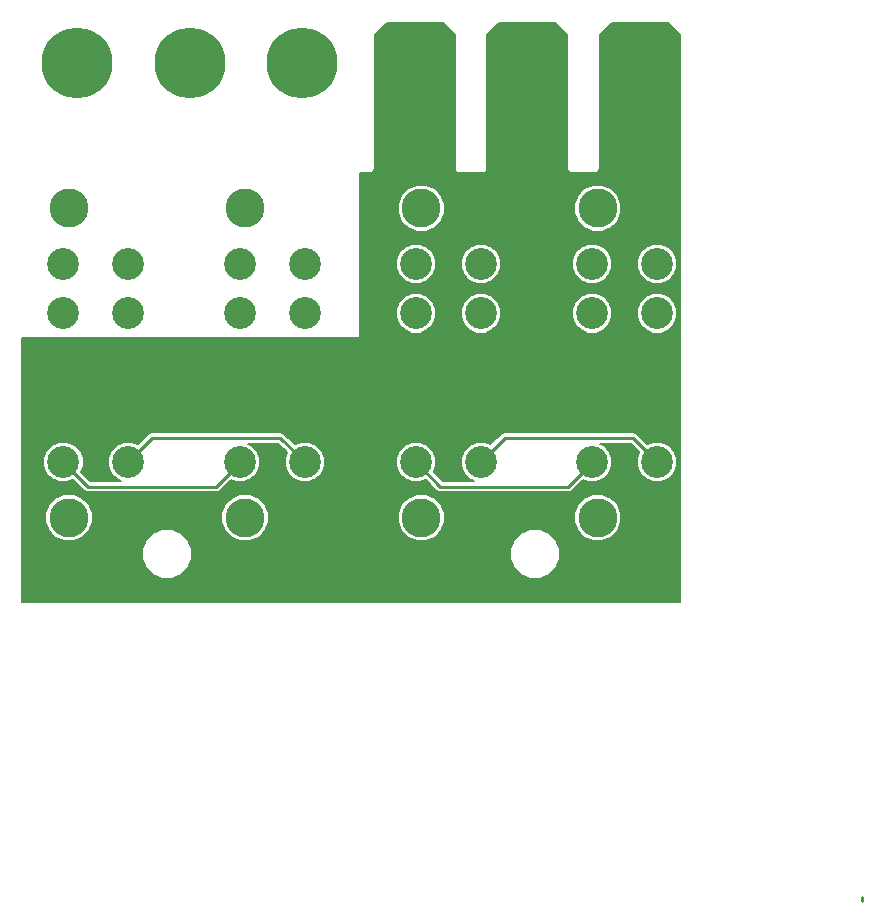
<source format=gtl>
G04 #@! TF.FileFunction,Copper,L1,Top,Signal*
%FSLAX46Y46*%
G04 Gerber Fmt 4.6, Leading zero omitted, Abs format (unit mm)*
G04 Created by KiCad (PCBNEW 4.0.0-rc1-stable) date 10/15/2015 12:59:49 AM*
%MOMM*%
G01*
G04 APERTURE LIST*
%ADD10C,0.100000*%
%ADD11C,2.700000*%
%ADD12C,3.300000*%
%ADD13C,6.000000*%
%ADD14C,0.250000*%
%ADD15C,0.203800*%
G04 APERTURE END LIST*
D10*
D11*
X127845000Y-107632500D03*
X122345000Y-107632500D03*
X127845000Y-111832500D03*
X122345000Y-111832500D03*
X127845000Y-116032500D03*
X122345000Y-116032500D03*
X122345000Y-103432500D03*
X127845000Y-103432500D03*
X122345000Y-99232500D03*
X127845000Y-99232500D03*
D12*
X122805000Y-120732500D03*
X122805000Y-94532500D03*
D11*
X142767500Y-107632500D03*
X137267500Y-107632500D03*
X142767500Y-111832500D03*
X137267500Y-111832500D03*
X142767500Y-116032500D03*
X137267500Y-116032500D03*
X137267500Y-103432500D03*
X142767500Y-103432500D03*
X137267500Y-99232500D03*
X142767500Y-99232500D03*
D12*
X137727500Y-120732500D03*
X137727500Y-94532500D03*
D11*
X157690000Y-107632500D03*
X152190000Y-107632500D03*
X157690000Y-111832500D03*
X152190000Y-111832500D03*
X157690000Y-116032500D03*
X152190000Y-116032500D03*
X152190000Y-103432500D03*
X157690000Y-103432500D03*
X152190000Y-99232500D03*
X157690000Y-99232500D03*
D12*
X152650000Y-120732500D03*
X152650000Y-94532500D03*
D11*
X172612500Y-107632500D03*
X167112500Y-107632500D03*
X172612500Y-111832500D03*
X167112500Y-111832500D03*
X172612500Y-116032500D03*
X167112500Y-116032500D03*
X167112500Y-103432500D03*
X172612500Y-103432500D03*
X167112500Y-99232500D03*
X172612500Y-99232500D03*
D12*
X167572500Y-120732500D03*
X167572500Y-94532500D03*
D13*
X123507500Y-82232500D03*
X133032500Y-82232500D03*
X142557500Y-82232500D03*
X152082500Y-82232500D03*
X161607500Y-82232500D03*
X171132500Y-82232500D03*
D14*
X189972500Y-152862500D02*
X189972500Y-153142500D01*
X127845000Y-116032500D02*
X127845000Y-115995000D01*
X127845000Y-115995000D02*
X129857500Y-113982500D01*
X129857500Y-113982500D02*
X140717500Y-113982500D01*
X140717500Y-113982500D02*
X142767500Y-116032500D01*
X137267500Y-116032500D02*
X137267500Y-116097500D01*
X137267500Y-116097500D02*
X135255000Y-118110000D01*
X135255000Y-118110000D02*
X124422500Y-118110000D01*
X124422500Y-118110000D02*
X122345000Y-116032500D01*
X157690000Y-116032500D02*
X157690000Y-115995000D01*
X157690000Y-115995000D02*
X159702500Y-113982500D01*
X159702500Y-113982500D02*
X170562500Y-113982500D01*
X170562500Y-113982500D02*
X172612500Y-116032500D01*
X167112500Y-116032500D02*
X167112500Y-116097500D01*
X167112500Y-116097500D02*
X165100000Y-118110000D01*
X165100000Y-118110000D02*
X154267500Y-118110000D01*
X154267500Y-118110000D02*
X152190000Y-116032500D01*
X152190000Y-116032500D02*
X152255000Y-116032500D01*
D15*
G36*
X155461600Y-79870984D02*
X155461600Y-91122500D01*
X155494400Y-91287398D01*
X155587808Y-91427192D01*
X155727602Y-91520600D01*
X155892500Y-91553400D01*
X157797500Y-91553400D01*
X157962398Y-91520600D01*
X158102192Y-91427192D01*
X158195600Y-91287398D01*
X158228400Y-91122500D01*
X158228400Y-79870984D01*
X159245984Y-78853400D01*
X163969016Y-78853400D01*
X164986600Y-79870984D01*
X164986600Y-91122500D01*
X165019400Y-91287398D01*
X165112808Y-91427192D01*
X165252602Y-91520600D01*
X165417500Y-91553400D01*
X167322500Y-91553400D01*
X167487398Y-91520600D01*
X167627192Y-91427192D01*
X167720600Y-91287398D01*
X167753400Y-91122500D01*
X167753400Y-79870984D01*
X168770984Y-78853400D01*
X173494016Y-78853400D01*
X174511600Y-79870984D01*
X174511600Y-127839100D01*
X118858400Y-127839100D01*
X118858400Y-124242052D01*
X129021235Y-124242052D01*
X129341164Y-125016338D01*
X129933046Y-125609254D01*
X130706773Y-125930534D01*
X131544552Y-125931265D01*
X132318838Y-125611336D01*
X132911754Y-125019454D01*
X133233034Y-124245727D01*
X133233037Y-124242052D01*
X160136235Y-124242052D01*
X160456164Y-125016338D01*
X161048046Y-125609254D01*
X161821773Y-125930534D01*
X162659552Y-125931265D01*
X163433838Y-125611336D01*
X164026754Y-125019454D01*
X164348034Y-124245727D01*
X164348765Y-123407948D01*
X164028836Y-122633662D01*
X163436954Y-122040746D01*
X162663227Y-121719466D01*
X161825448Y-121718735D01*
X161051162Y-122038664D01*
X160458246Y-122630546D01*
X160136966Y-123404273D01*
X160136235Y-124242052D01*
X133233037Y-124242052D01*
X133233765Y-123407948D01*
X132913836Y-122633662D01*
X132321954Y-122040746D01*
X131548227Y-121719466D01*
X130710448Y-121718735D01*
X129936162Y-122038664D01*
X129343246Y-122630546D01*
X129021966Y-123404273D01*
X129021235Y-124242052D01*
X118858400Y-124242052D01*
X118858400Y-121129748D01*
X120798752Y-121129748D01*
X121103489Y-121867267D01*
X121667265Y-122432028D01*
X122404251Y-122738051D01*
X123202248Y-122738748D01*
X123939767Y-122434011D01*
X124504528Y-121870235D01*
X124810551Y-121133249D01*
X124810554Y-121129748D01*
X135721252Y-121129748D01*
X136025989Y-121867267D01*
X136589765Y-122432028D01*
X137326751Y-122738051D01*
X138124748Y-122738748D01*
X138862267Y-122434011D01*
X139427028Y-121870235D01*
X139733051Y-121133249D01*
X139733054Y-121129748D01*
X150643752Y-121129748D01*
X150948489Y-121867267D01*
X151512265Y-122432028D01*
X152249251Y-122738051D01*
X153047248Y-122738748D01*
X153784767Y-122434011D01*
X154349528Y-121870235D01*
X154655551Y-121133249D01*
X154655554Y-121129748D01*
X165566252Y-121129748D01*
X165870989Y-121867267D01*
X166434765Y-122432028D01*
X167171751Y-122738051D01*
X167969748Y-122738748D01*
X168707267Y-122434011D01*
X169272028Y-121870235D01*
X169578051Y-121133249D01*
X169578748Y-120335252D01*
X169274011Y-119597733D01*
X168710235Y-119032972D01*
X167973249Y-118726949D01*
X167175252Y-118726252D01*
X166437733Y-119030989D01*
X165872972Y-119594765D01*
X165566949Y-120331751D01*
X165566252Y-121129748D01*
X154655554Y-121129748D01*
X154656248Y-120335252D01*
X154351511Y-119597733D01*
X153787735Y-119032972D01*
X153050749Y-118726949D01*
X152252752Y-118726252D01*
X151515233Y-119030989D01*
X150950472Y-119594765D01*
X150644449Y-120331751D01*
X150643752Y-121129748D01*
X139733054Y-121129748D01*
X139733748Y-120335252D01*
X139429011Y-119597733D01*
X138865235Y-119032972D01*
X138128249Y-118726949D01*
X137330252Y-118726252D01*
X136592733Y-119030989D01*
X136027972Y-119594765D01*
X135721949Y-120331751D01*
X135721252Y-121129748D01*
X124810554Y-121129748D01*
X124811248Y-120335252D01*
X124506511Y-119597733D01*
X123942735Y-119032972D01*
X123205749Y-118726949D01*
X122407752Y-118726252D01*
X121670233Y-119030989D01*
X121105472Y-119594765D01*
X120799449Y-120331751D01*
X120798752Y-121129748D01*
X118858400Y-121129748D01*
X118858400Y-116370336D01*
X120638804Y-116370336D01*
X120897965Y-116997553D01*
X121377423Y-117477849D01*
X122004187Y-117738104D01*
X122682836Y-117738696D01*
X123169864Y-117537460D01*
X124082450Y-118450045D01*
X124082452Y-118450048D01*
X124160460Y-118502171D01*
X124238467Y-118554294D01*
X124422500Y-118590901D01*
X124422505Y-118590900D01*
X135255000Y-118590900D01*
X135439033Y-118554294D01*
X135595048Y-118450048D01*
X136488813Y-117556283D01*
X136926687Y-117738104D01*
X137605336Y-117738696D01*
X138232553Y-117479535D01*
X138712849Y-117000077D01*
X138973104Y-116373313D01*
X138973696Y-115694664D01*
X138714535Y-115067447D01*
X138235077Y-114587151D01*
X137937051Y-114463400D01*
X140518304Y-114463400D01*
X141262788Y-115207884D01*
X141061896Y-115691687D01*
X141061304Y-116370336D01*
X141320465Y-116997553D01*
X141799923Y-117477849D01*
X142426687Y-117738104D01*
X143105336Y-117738696D01*
X143732553Y-117479535D01*
X144212849Y-117000077D01*
X144473104Y-116373313D01*
X144473106Y-116370336D01*
X150483804Y-116370336D01*
X150742965Y-116997553D01*
X151222423Y-117477849D01*
X151849187Y-117738104D01*
X152527836Y-117738696D01*
X153014864Y-117537460D01*
X153927450Y-118450045D01*
X153927452Y-118450048D01*
X154005460Y-118502171D01*
X154083467Y-118554294D01*
X154267500Y-118590901D01*
X154267505Y-118590900D01*
X165100000Y-118590900D01*
X165284033Y-118554294D01*
X165440048Y-118450048D01*
X166333813Y-117556283D01*
X166771687Y-117738104D01*
X167450336Y-117738696D01*
X168077553Y-117479535D01*
X168557849Y-117000077D01*
X168818104Y-116373313D01*
X168818696Y-115694664D01*
X168559535Y-115067447D01*
X168080077Y-114587151D01*
X167782051Y-114463400D01*
X170363304Y-114463400D01*
X171107788Y-115207884D01*
X170906896Y-115691687D01*
X170906304Y-116370336D01*
X171165465Y-116997553D01*
X171644923Y-117477849D01*
X172271687Y-117738104D01*
X172950336Y-117738696D01*
X173577553Y-117479535D01*
X174057849Y-117000077D01*
X174318104Y-116373313D01*
X174318696Y-115694664D01*
X174059535Y-115067447D01*
X173580077Y-114587151D01*
X172953313Y-114326896D01*
X172274664Y-114326304D01*
X171787636Y-114527540D01*
X170902548Y-113642452D01*
X170746533Y-113538206D01*
X170562500Y-113501600D01*
X159702505Y-113501600D01*
X159702500Y-113501599D01*
X159518467Y-113538206D01*
X159362452Y-113642452D01*
X158488118Y-114516786D01*
X158030813Y-114326896D01*
X157352164Y-114326304D01*
X156724947Y-114585465D01*
X156244651Y-115064923D01*
X155984396Y-115691687D01*
X155983804Y-116370336D01*
X156242965Y-116997553D01*
X156722423Y-117477849D01*
X157086676Y-117629100D01*
X154466695Y-117629100D01*
X153694712Y-116857116D01*
X153895604Y-116373313D01*
X153896196Y-115694664D01*
X153637035Y-115067447D01*
X153157577Y-114587151D01*
X152530813Y-114326896D01*
X151852164Y-114326304D01*
X151224947Y-114585465D01*
X150744651Y-115064923D01*
X150484396Y-115691687D01*
X150483804Y-116370336D01*
X144473106Y-116370336D01*
X144473696Y-115694664D01*
X144214535Y-115067447D01*
X143735077Y-114587151D01*
X143108313Y-114326896D01*
X142429664Y-114326304D01*
X141942636Y-114527540D01*
X141057548Y-113642452D01*
X140901533Y-113538206D01*
X140717500Y-113501600D01*
X129857505Y-113501600D01*
X129857500Y-113501599D01*
X129673467Y-113538206D01*
X129517452Y-113642452D01*
X128643118Y-114516786D01*
X128185813Y-114326896D01*
X127507164Y-114326304D01*
X126879947Y-114585465D01*
X126399651Y-115064923D01*
X126139396Y-115691687D01*
X126138804Y-116370336D01*
X126397965Y-116997553D01*
X126877423Y-117477849D01*
X127241676Y-117629100D01*
X124621695Y-117629100D01*
X123849712Y-116857116D01*
X124050604Y-116373313D01*
X124051196Y-115694664D01*
X123792035Y-115067447D01*
X123312577Y-114587151D01*
X122685813Y-114326896D01*
X122007164Y-114326304D01*
X121379947Y-114585465D01*
X120899651Y-115064923D01*
X120639396Y-115691687D01*
X120638804Y-116370336D01*
X118858400Y-116370336D01*
X118858400Y-105511900D01*
X147320000Y-105511900D01*
X147359645Y-105503872D01*
X147393043Y-105481052D01*
X147414931Y-105447036D01*
X147421900Y-105410000D01*
X147421900Y-103770336D01*
X150483804Y-103770336D01*
X150742965Y-104397553D01*
X151222423Y-104877849D01*
X151849187Y-105138104D01*
X152527836Y-105138696D01*
X153155053Y-104879535D01*
X153635349Y-104400077D01*
X153895604Y-103773313D01*
X153895606Y-103770336D01*
X155983804Y-103770336D01*
X156242965Y-104397553D01*
X156722423Y-104877849D01*
X157349187Y-105138104D01*
X158027836Y-105138696D01*
X158655053Y-104879535D01*
X159135349Y-104400077D01*
X159395604Y-103773313D01*
X159395606Y-103770336D01*
X165406304Y-103770336D01*
X165665465Y-104397553D01*
X166144923Y-104877849D01*
X166771687Y-105138104D01*
X167450336Y-105138696D01*
X168077553Y-104879535D01*
X168557849Y-104400077D01*
X168818104Y-103773313D01*
X168818106Y-103770336D01*
X170906304Y-103770336D01*
X171165465Y-104397553D01*
X171644923Y-104877849D01*
X172271687Y-105138104D01*
X172950336Y-105138696D01*
X173577553Y-104879535D01*
X174057849Y-104400077D01*
X174318104Y-103773313D01*
X174318696Y-103094664D01*
X174059535Y-102467447D01*
X173580077Y-101987151D01*
X172953313Y-101726896D01*
X172274664Y-101726304D01*
X171647447Y-101985465D01*
X171167151Y-102464923D01*
X170906896Y-103091687D01*
X170906304Y-103770336D01*
X168818106Y-103770336D01*
X168818696Y-103094664D01*
X168559535Y-102467447D01*
X168080077Y-101987151D01*
X167453313Y-101726896D01*
X166774664Y-101726304D01*
X166147447Y-101985465D01*
X165667151Y-102464923D01*
X165406896Y-103091687D01*
X165406304Y-103770336D01*
X159395606Y-103770336D01*
X159396196Y-103094664D01*
X159137035Y-102467447D01*
X158657577Y-101987151D01*
X158030813Y-101726896D01*
X157352164Y-101726304D01*
X156724947Y-101985465D01*
X156244651Y-102464923D01*
X155984396Y-103091687D01*
X155983804Y-103770336D01*
X153895606Y-103770336D01*
X153896196Y-103094664D01*
X153637035Y-102467447D01*
X153157577Y-101987151D01*
X152530813Y-101726896D01*
X151852164Y-101726304D01*
X151224947Y-101985465D01*
X150744651Y-102464923D01*
X150484396Y-103091687D01*
X150483804Y-103770336D01*
X147421900Y-103770336D01*
X147421900Y-99570336D01*
X150483804Y-99570336D01*
X150742965Y-100197553D01*
X151222423Y-100677849D01*
X151849187Y-100938104D01*
X152527836Y-100938696D01*
X153155053Y-100679535D01*
X153635349Y-100200077D01*
X153895604Y-99573313D01*
X153895606Y-99570336D01*
X155983804Y-99570336D01*
X156242965Y-100197553D01*
X156722423Y-100677849D01*
X157349187Y-100938104D01*
X158027836Y-100938696D01*
X158655053Y-100679535D01*
X159135349Y-100200077D01*
X159395604Y-99573313D01*
X159395606Y-99570336D01*
X165406304Y-99570336D01*
X165665465Y-100197553D01*
X166144923Y-100677849D01*
X166771687Y-100938104D01*
X167450336Y-100938696D01*
X168077553Y-100679535D01*
X168557849Y-100200077D01*
X168818104Y-99573313D01*
X168818106Y-99570336D01*
X170906304Y-99570336D01*
X171165465Y-100197553D01*
X171644923Y-100677849D01*
X172271687Y-100938104D01*
X172950336Y-100938696D01*
X173577553Y-100679535D01*
X174057849Y-100200077D01*
X174318104Y-99573313D01*
X174318696Y-98894664D01*
X174059535Y-98267447D01*
X173580077Y-97787151D01*
X172953313Y-97526896D01*
X172274664Y-97526304D01*
X171647447Y-97785465D01*
X171167151Y-98264923D01*
X170906896Y-98891687D01*
X170906304Y-99570336D01*
X168818106Y-99570336D01*
X168818696Y-98894664D01*
X168559535Y-98267447D01*
X168080077Y-97787151D01*
X167453313Y-97526896D01*
X166774664Y-97526304D01*
X166147447Y-97785465D01*
X165667151Y-98264923D01*
X165406896Y-98891687D01*
X165406304Y-99570336D01*
X159395606Y-99570336D01*
X159396196Y-98894664D01*
X159137035Y-98267447D01*
X158657577Y-97787151D01*
X158030813Y-97526896D01*
X157352164Y-97526304D01*
X156724947Y-97785465D01*
X156244651Y-98264923D01*
X155984396Y-98891687D01*
X155983804Y-99570336D01*
X153895606Y-99570336D01*
X153896196Y-98894664D01*
X153637035Y-98267447D01*
X153157577Y-97787151D01*
X152530813Y-97526896D01*
X151852164Y-97526304D01*
X151224947Y-97785465D01*
X150744651Y-98264923D01*
X150484396Y-98891687D01*
X150483804Y-99570336D01*
X147421900Y-99570336D01*
X147421900Y-94929748D01*
X150643752Y-94929748D01*
X150948489Y-95667267D01*
X151512265Y-96232028D01*
X152249251Y-96538051D01*
X153047248Y-96538748D01*
X153784767Y-96234011D01*
X154349528Y-95670235D01*
X154655551Y-94933249D01*
X154655554Y-94929748D01*
X165566252Y-94929748D01*
X165870989Y-95667267D01*
X166434765Y-96232028D01*
X167171751Y-96538051D01*
X167969748Y-96538748D01*
X168707267Y-96234011D01*
X169272028Y-95670235D01*
X169578051Y-94933249D01*
X169578748Y-94135252D01*
X169274011Y-93397733D01*
X168710235Y-92832972D01*
X167973249Y-92526949D01*
X167175252Y-92526252D01*
X166437733Y-92830989D01*
X165872972Y-93394765D01*
X165566949Y-94131751D01*
X165566252Y-94929748D01*
X154655554Y-94929748D01*
X154656248Y-94135252D01*
X154351511Y-93397733D01*
X153787735Y-92832972D01*
X153050749Y-92526949D01*
X152252752Y-92526252D01*
X151515233Y-92830989D01*
X150950472Y-93394765D01*
X150644449Y-94131751D01*
X150643752Y-94929748D01*
X147421900Y-94929748D01*
X147421900Y-91553400D01*
X148272500Y-91553400D01*
X148437398Y-91520600D01*
X148577192Y-91427192D01*
X148670600Y-91287398D01*
X148703400Y-91122500D01*
X148703400Y-79870984D01*
X149720984Y-78853400D01*
X154444016Y-78853400D01*
X155461600Y-79870984D01*
X155461600Y-79870984D01*
G37*
X155461600Y-79870984D02*
X155461600Y-91122500D01*
X155494400Y-91287398D01*
X155587808Y-91427192D01*
X155727602Y-91520600D01*
X155892500Y-91553400D01*
X157797500Y-91553400D01*
X157962398Y-91520600D01*
X158102192Y-91427192D01*
X158195600Y-91287398D01*
X158228400Y-91122500D01*
X158228400Y-79870984D01*
X159245984Y-78853400D01*
X163969016Y-78853400D01*
X164986600Y-79870984D01*
X164986600Y-91122500D01*
X165019400Y-91287398D01*
X165112808Y-91427192D01*
X165252602Y-91520600D01*
X165417500Y-91553400D01*
X167322500Y-91553400D01*
X167487398Y-91520600D01*
X167627192Y-91427192D01*
X167720600Y-91287398D01*
X167753400Y-91122500D01*
X167753400Y-79870984D01*
X168770984Y-78853400D01*
X173494016Y-78853400D01*
X174511600Y-79870984D01*
X174511600Y-127839100D01*
X118858400Y-127839100D01*
X118858400Y-124242052D01*
X129021235Y-124242052D01*
X129341164Y-125016338D01*
X129933046Y-125609254D01*
X130706773Y-125930534D01*
X131544552Y-125931265D01*
X132318838Y-125611336D01*
X132911754Y-125019454D01*
X133233034Y-124245727D01*
X133233037Y-124242052D01*
X160136235Y-124242052D01*
X160456164Y-125016338D01*
X161048046Y-125609254D01*
X161821773Y-125930534D01*
X162659552Y-125931265D01*
X163433838Y-125611336D01*
X164026754Y-125019454D01*
X164348034Y-124245727D01*
X164348765Y-123407948D01*
X164028836Y-122633662D01*
X163436954Y-122040746D01*
X162663227Y-121719466D01*
X161825448Y-121718735D01*
X161051162Y-122038664D01*
X160458246Y-122630546D01*
X160136966Y-123404273D01*
X160136235Y-124242052D01*
X133233037Y-124242052D01*
X133233765Y-123407948D01*
X132913836Y-122633662D01*
X132321954Y-122040746D01*
X131548227Y-121719466D01*
X130710448Y-121718735D01*
X129936162Y-122038664D01*
X129343246Y-122630546D01*
X129021966Y-123404273D01*
X129021235Y-124242052D01*
X118858400Y-124242052D01*
X118858400Y-121129748D01*
X120798752Y-121129748D01*
X121103489Y-121867267D01*
X121667265Y-122432028D01*
X122404251Y-122738051D01*
X123202248Y-122738748D01*
X123939767Y-122434011D01*
X124504528Y-121870235D01*
X124810551Y-121133249D01*
X124810554Y-121129748D01*
X135721252Y-121129748D01*
X136025989Y-121867267D01*
X136589765Y-122432028D01*
X137326751Y-122738051D01*
X138124748Y-122738748D01*
X138862267Y-122434011D01*
X139427028Y-121870235D01*
X139733051Y-121133249D01*
X139733054Y-121129748D01*
X150643752Y-121129748D01*
X150948489Y-121867267D01*
X151512265Y-122432028D01*
X152249251Y-122738051D01*
X153047248Y-122738748D01*
X153784767Y-122434011D01*
X154349528Y-121870235D01*
X154655551Y-121133249D01*
X154655554Y-121129748D01*
X165566252Y-121129748D01*
X165870989Y-121867267D01*
X166434765Y-122432028D01*
X167171751Y-122738051D01*
X167969748Y-122738748D01*
X168707267Y-122434011D01*
X169272028Y-121870235D01*
X169578051Y-121133249D01*
X169578748Y-120335252D01*
X169274011Y-119597733D01*
X168710235Y-119032972D01*
X167973249Y-118726949D01*
X167175252Y-118726252D01*
X166437733Y-119030989D01*
X165872972Y-119594765D01*
X165566949Y-120331751D01*
X165566252Y-121129748D01*
X154655554Y-121129748D01*
X154656248Y-120335252D01*
X154351511Y-119597733D01*
X153787735Y-119032972D01*
X153050749Y-118726949D01*
X152252752Y-118726252D01*
X151515233Y-119030989D01*
X150950472Y-119594765D01*
X150644449Y-120331751D01*
X150643752Y-121129748D01*
X139733054Y-121129748D01*
X139733748Y-120335252D01*
X139429011Y-119597733D01*
X138865235Y-119032972D01*
X138128249Y-118726949D01*
X137330252Y-118726252D01*
X136592733Y-119030989D01*
X136027972Y-119594765D01*
X135721949Y-120331751D01*
X135721252Y-121129748D01*
X124810554Y-121129748D01*
X124811248Y-120335252D01*
X124506511Y-119597733D01*
X123942735Y-119032972D01*
X123205749Y-118726949D01*
X122407752Y-118726252D01*
X121670233Y-119030989D01*
X121105472Y-119594765D01*
X120799449Y-120331751D01*
X120798752Y-121129748D01*
X118858400Y-121129748D01*
X118858400Y-116370336D01*
X120638804Y-116370336D01*
X120897965Y-116997553D01*
X121377423Y-117477849D01*
X122004187Y-117738104D01*
X122682836Y-117738696D01*
X123169864Y-117537460D01*
X124082450Y-118450045D01*
X124082452Y-118450048D01*
X124160460Y-118502171D01*
X124238467Y-118554294D01*
X124422500Y-118590901D01*
X124422505Y-118590900D01*
X135255000Y-118590900D01*
X135439033Y-118554294D01*
X135595048Y-118450048D01*
X136488813Y-117556283D01*
X136926687Y-117738104D01*
X137605336Y-117738696D01*
X138232553Y-117479535D01*
X138712849Y-117000077D01*
X138973104Y-116373313D01*
X138973696Y-115694664D01*
X138714535Y-115067447D01*
X138235077Y-114587151D01*
X137937051Y-114463400D01*
X140518304Y-114463400D01*
X141262788Y-115207884D01*
X141061896Y-115691687D01*
X141061304Y-116370336D01*
X141320465Y-116997553D01*
X141799923Y-117477849D01*
X142426687Y-117738104D01*
X143105336Y-117738696D01*
X143732553Y-117479535D01*
X144212849Y-117000077D01*
X144473104Y-116373313D01*
X144473106Y-116370336D01*
X150483804Y-116370336D01*
X150742965Y-116997553D01*
X151222423Y-117477849D01*
X151849187Y-117738104D01*
X152527836Y-117738696D01*
X153014864Y-117537460D01*
X153927450Y-118450045D01*
X153927452Y-118450048D01*
X154005460Y-118502171D01*
X154083467Y-118554294D01*
X154267500Y-118590901D01*
X154267505Y-118590900D01*
X165100000Y-118590900D01*
X165284033Y-118554294D01*
X165440048Y-118450048D01*
X166333813Y-117556283D01*
X166771687Y-117738104D01*
X167450336Y-117738696D01*
X168077553Y-117479535D01*
X168557849Y-117000077D01*
X168818104Y-116373313D01*
X168818696Y-115694664D01*
X168559535Y-115067447D01*
X168080077Y-114587151D01*
X167782051Y-114463400D01*
X170363304Y-114463400D01*
X171107788Y-115207884D01*
X170906896Y-115691687D01*
X170906304Y-116370336D01*
X171165465Y-116997553D01*
X171644923Y-117477849D01*
X172271687Y-117738104D01*
X172950336Y-117738696D01*
X173577553Y-117479535D01*
X174057849Y-117000077D01*
X174318104Y-116373313D01*
X174318696Y-115694664D01*
X174059535Y-115067447D01*
X173580077Y-114587151D01*
X172953313Y-114326896D01*
X172274664Y-114326304D01*
X171787636Y-114527540D01*
X170902548Y-113642452D01*
X170746533Y-113538206D01*
X170562500Y-113501600D01*
X159702505Y-113501600D01*
X159702500Y-113501599D01*
X159518467Y-113538206D01*
X159362452Y-113642452D01*
X158488118Y-114516786D01*
X158030813Y-114326896D01*
X157352164Y-114326304D01*
X156724947Y-114585465D01*
X156244651Y-115064923D01*
X155984396Y-115691687D01*
X155983804Y-116370336D01*
X156242965Y-116997553D01*
X156722423Y-117477849D01*
X157086676Y-117629100D01*
X154466695Y-117629100D01*
X153694712Y-116857116D01*
X153895604Y-116373313D01*
X153896196Y-115694664D01*
X153637035Y-115067447D01*
X153157577Y-114587151D01*
X152530813Y-114326896D01*
X151852164Y-114326304D01*
X151224947Y-114585465D01*
X150744651Y-115064923D01*
X150484396Y-115691687D01*
X150483804Y-116370336D01*
X144473106Y-116370336D01*
X144473696Y-115694664D01*
X144214535Y-115067447D01*
X143735077Y-114587151D01*
X143108313Y-114326896D01*
X142429664Y-114326304D01*
X141942636Y-114527540D01*
X141057548Y-113642452D01*
X140901533Y-113538206D01*
X140717500Y-113501600D01*
X129857505Y-113501600D01*
X129857500Y-113501599D01*
X129673467Y-113538206D01*
X129517452Y-113642452D01*
X128643118Y-114516786D01*
X128185813Y-114326896D01*
X127507164Y-114326304D01*
X126879947Y-114585465D01*
X126399651Y-115064923D01*
X126139396Y-115691687D01*
X126138804Y-116370336D01*
X126397965Y-116997553D01*
X126877423Y-117477849D01*
X127241676Y-117629100D01*
X124621695Y-117629100D01*
X123849712Y-116857116D01*
X124050604Y-116373313D01*
X124051196Y-115694664D01*
X123792035Y-115067447D01*
X123312577Y-114587151D01*
X122685813Y-114326896D01*
X122007164Y-114326304D01*
X121379947Y-114585465D01*
X120899651Y-115064923D01*
X120639396Y-115691687D01*
X120638804Y-116370336D01*
X118858400Y-116370336D01*
X118858400Y-105511900D01*
X147320000Y-105511900D01*
X147359645Y-105503872D01*
X147393043Y-105481052D01*
X147414931Y-105447036D01*
X147421900Y-105410000D01*
X147421900Y-103770336D01*
X150483804Y-103770336D01*
X150742965Y-104397553D01*
X151222423Y-104877849D01*
X151849187Y-105138104D01*
X152527836Y-105138696D01*
X153155053Y-104879535D01*
X153635349Y-104400077D01*
X153895604Y-103773313D01*
X153895606Y-103770336D01*
X155983804Y-103770336D01*
X156242965Y-104397553D01*
X156722423Y-104877849D01*
X157349187Y-105138104D01*
X158027836Y-105138696D01*
X158655053Y-104879535D01*
X159135349Y-104400077D01*
X159395604Y-103773313D01*
X159395606Y-103770336D01*
X165406304Y-103770336D01*
X165665465Y-104397553D01*
X166144923Y-104877849D01*
X166771687Y-105138104D01*
X167450336Y-105138696D01*
X168077553Y-104879535D01*
X168557849Y-104400077D01*
X168818104Y-103773313D01*
X168818106Y-103770336D01*
X170906304Y-103770336D01*
X171165465Y-104397553D01*
X171644923Y-104877849D01*
X172271687Y-105138104D01*
X172950336Y-105138696D01*
X173577553Y-104879535D01*
X174057849Y-104400077D01*
X174318104Y-103773313D01*
X174318696Y-103094664D01*
X174059535Y-102467447D01*
X173580077Y-101987151D01*
X172953313Y-101726896D01*
X172274664Y-101726304D01*
X171647447Y-101985465D01*
X171167151Y-102464923D01*
X170906896Y-103091687D01*
X170906304Y-103770336D01*
X168818106Y-103770336D01*
X168818696Y-103094664D01*
X168559535Y-102467447D01*
X168080077Y-101987151D01*
X167453313Y-101726896D01*
X166774664Y-101726304D01*
X166147447Y-101985465D01*
X165667151Y-102464923D01*
X165406896Y-103091687D01*
X165406304Y-103770336D01*
X159395606Y-103770336D01*
X159396196Y-103094664D01*
X159137035Y-102467447D01*
X158657577Y-101987151D01*
X158030813Y-101726896D01*
X157352164Y-101726304D01*
X156724947Y-101985465D01*
X156244651Y-102464923D01*
X155984396Y-103091687D01*
X155983804Y-103770336D01*
X153895606Y-103770336D01*
X153896196Y-103094664D01*
X153637035Y-102467447D01*
X153157577Y-101987151D01*
X152530813Y-101726896D01*
X151852164Y-101726304D01*
X151224947Y-101985465D01*
X150744651Y-102464923D01*
X150484396Y-103091687D01*
X150483804Y-103770336D01*
X147421900Y-103770336D01*
X147421900Y-99570336D01*
X150483804Y-99570336D01*
X150742965Y-100197553D01*
X151222423Y-100677849D01*
X151849187Y-100938104D01*
X152527836Y-100938696D01*
X153155053Y-100679535D01*
X153635349Y-100200077D01*
X153895604Y-99573313D01*
X153895606Y-99570336D01*
X155983804Y-99570336D01*
X156242965Y-100197553D01*
X156722423Y-100677849D01*
X157349187Y-100938104D01*
X158027836Y-100938696D01*
X158655053Y-100679535D01*
X159135349Y-100200077D01*
X159395604Y-99573313D01*
X159395606Y-99570336D01*
X165406304Y-99570336D01*
X165665465Y-100197553D01*
X166144923Y-100677849D01*
X166771687Y-100938104D01*
X167450336Y-100938696D01*
X168077553Y-100679535D01*
X168557849Y-100200077D01*
X168818104Y-99573313D01*
X168818106Y-99570336D01*
X170906304Y-99570336D01*
X171165465Y-100197553D01*
X171644923Y-100677849D01*
X172271687Y-100938104D01*
X172950336Y-100938696D01*
X173577553Y-100679535D01*
X174057849Y-100200077D01*
X174318104Y-99573313D01*
X174318696Y-98894664D01*
X174059535Y-98267447D01*
X173580077Y-97787151D01*
X172953313Y-97526896D01*
X172274664Y-97526304D01*
X171647447Y-97785465D01*
X171167151Y-98264923D01*
X170906896Y-98891687D01*
X170906304Y-99570336D01*
X168818106Y-99570336D01*
X168818696Y-98894664D01*
X168559535Y-98267447D01*
X168080077Y-97787151D01*
X167453313Y-97526896D01*
X166774664Y-97526304D01*
X166147447Y-97785465D01*
X165667151Y-98264923D01*
X165406896Y-98891687D01*
X165406304Y-99570336D01*
X159395606Y-99570336D01*
X159396196Y-98894664D01*
X159137035Y-98267447D01*
X158657577Y-97787151D01*
X158030813Y-97526896D01*
X157352164Y-97526304D01*
X156724947Y-97785465D01*
X156244651Y-98264923D01*
X155984396Y-98891687D01*
X155983804Y-99570336D01*
X153895606Y-99570336D01*
X153896196Y-98894664D01*
X153637035Y-98267447D01*
X153157577Y-97787151D01*
X152530813Y-97526896D01*
X151852164Y-97526304D01*
X151224947Y-97785465D01*
X150744651Y-98264923D01*
X150484396Y-98891687D01*
X150483804Y-99570336D01*
X147421900Y-99570336D01*
X147421900Y-94929748D01*
X150643752Y-94929748D01*
X150948489Y-95667267D01*
X151512265Y-96232028D01*
X152249251Y-96538051D01*
X153047248Y-96538748D01*
X153784767Y-96234011D01*
X154349528Y-95670235D01*
X154655551Y-94933249D01*
X154655554Y-94929748D01*
X165566252Y-94929748D01*
X165870989Y-95667267D01*
X166434765Y-96232028D01*
X167171751Y-96538051D01*
X167969748Y-96538748D01*
X168707267Y-96234011D01*
X169272028Y-95670235D01*
X169578051Y-94933249D01*
X169578748Y-94135252D01*
X169274011Y-93397733D01*
X168710235Y-92832972D01*
X167973249Y-92526949D01*
X167175252Y-92526252D01*
X166437733Y-92830989D01*
X165872972Y-93394765D01*
X165566949Y-94131751D01*
X165566252Y-94929748D01*
X154655554Y-94929748D01*
X154656248Y-94135252D01*
X154351511Y-93397733D01*
X153787735Y-92832972D01*
X153050749Y-92526949D01*
X152252752Y-92526252D01*
X151515233Y-92830989D01*
X150950472Y-93394765D01*
X150644449Y-94131751D01*
X150643752Y-94929748D01*
X147421900Y-94929748D01*
X147421900Y-91553400D01*
X148272500Y-91553400D01*
X148437398Y-91520600D01*
X148577192Y-91427192D01*
X148670600Y-91287398D01*
X148703400Y-91122500D01*
X148703400Y-79870984D01*
X149720984Y-78853400D01*
X154444016Y-78853400D01*
X155461600Y-79870984D01*
M02*

</source>
